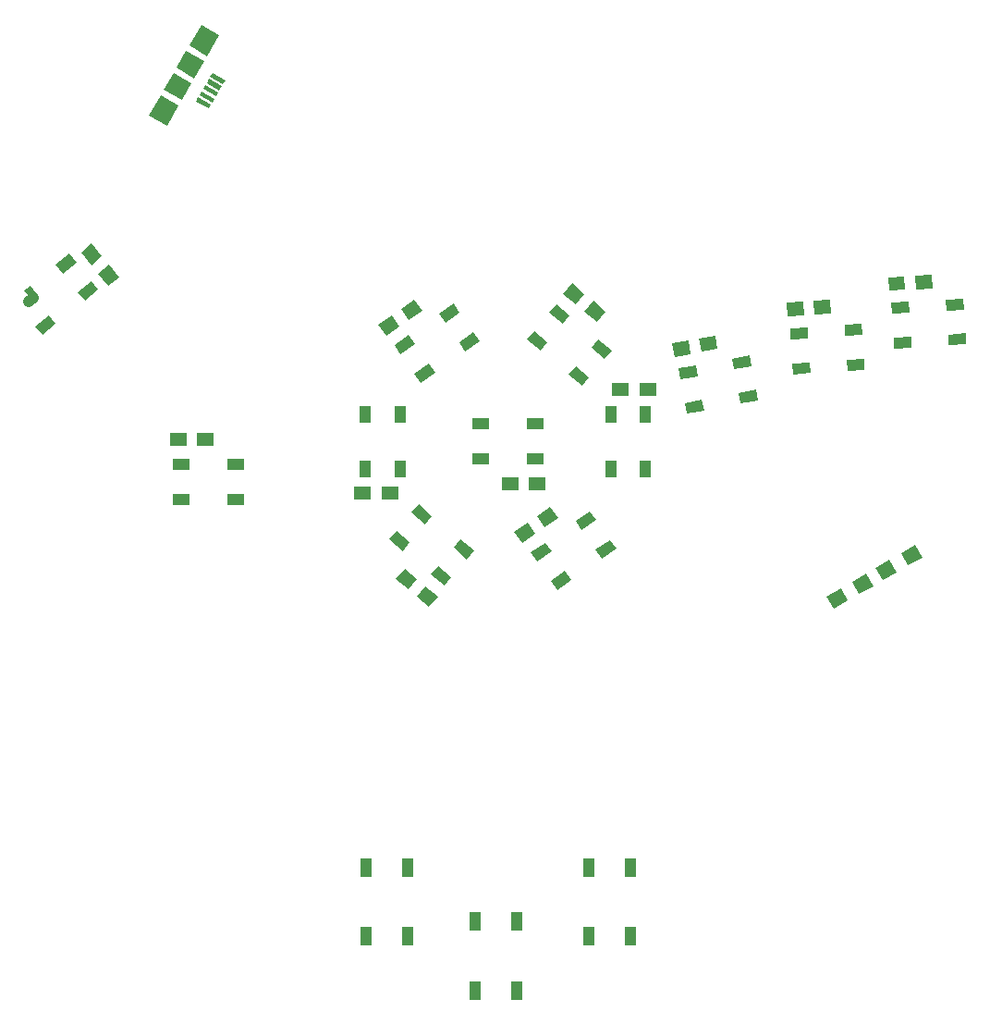
<source format=gtp>
G04 #@! TF.FileFunction,Paste,Top*
%FSLAX46Y46*%
G04 Gerber Fmt 4.6, Leading zero omitted, Abs format (unit mm)*
G04 Created by KiCad (PCBNEW 4.0.7) date Monday, 12 '12e' March '12e' 2018, 16:25:27*
%MOMM*%
%LPD*%
G01*
G04 APERTURE LIST*
%ADD10C,0.100000*%
%ADD11C,1.000000*%
%ADD12R,1.500000X1.250000*%
%ADD13R,1.000000X1.700000*%
%ADD14R,1.000000X1.600000*%
%ADD15R,1.600000X1.000000*%
G04 APERTURE END LIST*
D10*
G36*
X105846241Y-70326094D02*
X105129271Y-69302154D01*
X106357999Y-68441790D01*
X107074969Y-69465730D01*
X105846241Y-70326094D01*
X105846241Y-70326094D01*
G37*
G36*
X107894121Y-68892152D02*
X107177151Y-67868212D01*
X108405879Y-67007848D01*
X109122849Y-68031788D01*
X107894121Y-68892152D01*
X107894121Y-68892152D01*
G37*
G36*
X73238709Y-65741843D02*
X73868029Y-66518989D01*
X73324027Y-66959513D01*
X72694707Y-66182367D01*
X73238709Y-65741843D01*
X73238709Y-65741843D01*
G37*
G36*
X74961105Y-68464706D02*
X75590425Y-69241852D01*
X74346991Y-70248764D01*
X73717671Y-69471618D01*
X74961105Y-68464706D01*
X74961105Y-68464706D01*
G37*
G36*
X76833009Y-62831236D02*
X77462329Y-63608382D01*
X76218895Y-64615294D01*
X75589575Y-63838148D01*
X76833009Y-62831236D01*
X76833009Y-62831236D01*
G37*
G36*
X78846835Y-65318104D02*
X79476155Y-66095250D01*
X78232721Y-67102162D01*
X77603401Y-66325016D01*
X78846835Y-65318104D01*
X78846835Y-65318104D01*
G37*
D11*
X73535981Y-66884383D02*
X73128757Y-67214147D01*
D10*
G36*
X157373032Y-71210859D02*
X157311984Y-70212724D01*
X158909000Y-70115047D01*
X158970048Y-71113182D01*
X157373032Y-71210859D01*
X157373032Y-71210859D01*
G37*
G36*
X157177676Y-68016828D02*
X157116628Y-67018693D01*
X158713644Y-66921016D01*
X158774692Y-67919151D01*
X157177676Y-68016828D01*
X157177676Y-68016828D01*
G37*
G36*
X152382358Y-71516102D02*
X152321310Y-70517967D01*
X153918326Y-70420290D01*
X153979374Y-71418425D01*
X152382358Y-71516102D01*
X152382358Y-71516102D01*
G37*
G36*
X152187002Y-68322071D02*
X152125954Y-67323936D01*
X153722970Y-67226259D01*
X153784018Y-68224394D01*
X152187002Y-68322071D01*
X152187002Y-68322071D01*
G37*
G36*
X151889554Y-66219621D02*
X151813244Y-64971952D01*
X153310446Y-64880379D01*
X153386756Y-66128048D01*
X151889554Y-66219621D01*
X151889554Y-66219621D01*
G37*
G36*
X154384890Y-66066999D02*
X154308580Y-64819330D01*
X155805782Y-64727757D01*
X155882092Y-65975426D01*
X154384890Y-66066999D01*
X154384890Y-66066999D01*
G37*
G36*
X142591886Y-68545932D02*
X142515576Y-67298263D01*
X144012778Y-67206690D01*
X144089088Y-68454359D01*
X142591886Y-68545932D01*
X142591886Y-68545932D01*
G37*
G36*
X145087222Y-68393310D02*
X145010912Y-67145641D01*
X146508114Y-67054068D01*
X146584424Y-68301737D01*
X145087222Y-68393310D01*
X145087222Y-68393310D01*
G37*
G36*
X132268318Y-72256799D02*
X132040524Y-71027730D01*
X133515406Y-70754377D01*
X133743200Y-71983446D01*
X132268318Y-72256799D01*
X132268318Y-72256799D01*
G37*
G36*
X134726456Y-71801211D02*
X134498662Y-70572142D01*
X135973544Y-70298789D01*
X136201338Y-71527858D01*
X134726456Y-71801211D01*
X134726456Y-71801211D01*
G37*
D12*
X129800000Y-75250000D03*
X127300000Y-75250000D03*
D10*
G36*
X118296241Y-89326094D02*
X117579271Y-88302154D01*
X118807999Y-87441790D01*
X119524969Y-88465730D01*
X118296241Y-89326094D01*
X118296241Y-89326094D01*
G37*
G36*
X120344121Y-87892152D02*
X119627151Y-86868212D01*
X120855879Y-86007848D01*
X121572849Y-87031788D01*
X120344121Y-87892152D01*
X120344121Y-87892152D01*
G37*
G36*
X110583832Y-94206798D02*
X109780347Y-95164353D01*
X108631280Y-94200172D01*
X109434765Y-93242617D01*
X110583832Y-94206798D01*
X110583832Y-94206798D01*
G37*
G36*
X108668720Y-92599828D02*
X107865235Y-93557383D01*
X106716168Y-92593202D01*
X107519653Y-91635647D01*
X108668720Y-92599828D01*
X108668720Y-92599828D01*
G37*
D12*
X119700000Y-83850000D03*
X117200000Y-83850000D03*
D10*
G36*
X122066168Y-66493202D02*
X122869653Y-65535647D01*
X124018720Y-66499828D01*
X123215235Y-67457383D01*
X122066168Y-66493202D01*
X122066168Y-66493202D01*
G37*
G36*
X123981280Y-68100172D02*
X124784765Y-67142617D01*
X125933832Y-68106798D01*
X125130347Y-69064353D01*
X123981280Y-68100172D01*
X123981280Y-68100172D01*
G37*
D12*
X103700000Y-84750000D03*
X106200000Y-84750000D03*
X86800000Y-79850000D03*
X89300000Y-79850000D03*
D10*
G36*
X81369357Y-65010966D02*
X80397924Y-65797617D01*
X79453943Y-64631898D01*
X80425376Y-63845247D01*
X81369357Y-65010966D01*
X81369357Y-65010966D01*
G37*
G36*
X79796057Y-63068102D02*
X78824624Y-63854753D01*
X77880643Y-62689034D01*
X78852076Y-61902383D01*
X79796057Y-63068102D01*
X79796057Y-63068102D01*
G37*
G36*
X87122724Y-48754423D02*
X85477276Y-47804423D01*
X86377276Y-46245577D01*
X88022724Y-47195577D01*
X87122724Y-48754423D01*
X87122724Y-48754423D01*
G37*
G36*
X89269634Y-47395866D02*
X90438768Y-48070866D01*
X90238768Y-48417276D01*
X89069634Y-47742276D01*
X89269634Y-47395866D01*
X89269634Y-47395866D01*
G37*
G36*
X88944634Y-47958782D02*
X90113768Y-48633782D01*
X89913768Y-48980192D01*
X88744634Y-48305192D01*
X88944634Y-47958782D01*
X88944634Y-47958782D01*
G37*
G36*
X88619634Y-48521699D02*
X89788768Y-49196699D01*
X89588768Y-49543109D01*
X88419634Y-48868109D01*
X88619634Y-48521699D01*
X88619634Y-48521699D01*
G37*
G36*
X85202276Y-48280736D02*
X86847724Y-49230736D01*
X85755224Y-51123002D01*
X84109776Y-50173002D01*
X85202276Y-48280736D01*
X85202276Y-48280736D01*
G37*
G36*
X88272724Y-46762564D02*
X86627276Y-45812564D01*
X87527276Y-44253718D01*
X89172724Y-45203718D01*
X88272724Y-46762564D01*
X88272724Y-46762564D01*
G37*
G36*
X89919634Y-46270032D02*
X91088768Y-46945032D01*
X90888768Y-47291442D01*
X89719634Y-46616442D01*
X89919634Y-46270032D01*
X89919634Y-46270032D01*
G37*
G36*
X89594634Y-46832949D02*
X90763768Y-47507949D01*
X90563768Y-47854359D01*
X89394634Y-47179359D01*
X89594634Y-46832949D01*
X89594634Y-46832949D01*
G37*
G36*
X88894776Y-41885139D02*
X90540224Y-42835139D01*
X89447724Y-44727405D01*
X87802276Y-43777405D01*
X88894776Y-41885139D01*
X88894776Y-41885139D01*
G37*
G36*
X154284519Y-89492083D02*
X154934519Y-90617917D01*
X153635481Y-91367917D01*
X152985481Y-90242083D01*
X154284519Y-89492083D01*
X154284519Y-89492083D01*
G37*
G36*
X151946251Y-90842083D02*
X152596251Y-91967917D01*
X151297213Y-92717917D01*
X150647213Y-91592083D01*
X151946251Y-90842083D01*
X151946251Y-90842083D01*
G37*
G36*
X149813653Y-92107083D02*
X150463653Y-93232917D01*
X149164615Y-93982917D01*
X148514615Y-92857083D01*
X149813653Y-92107083D01*
X149813653Y-92107083D01*
G37*
G36*
X147475385Y-93457083D02*
X148125385Y-94582917D01*
X146826347Y-95332917D01*
X146176347Y-94207083D01*
X147475385Y-93457083D01*
X147475385Y-93457083D01*
G37*
D13*
X113990000Y-130240000D03*
X113990000Y-123940000D03*
X117790000Y-130240000D03*
X117790000Y-123940000D03*
X124440000Y-125290000D03*
X124440000Y-118990000D03*
X128240000Y-125290000D03*
X128240000Y-118990000D03*
X104000000Y-125300000D03*
X104000000Y-119000000D03*
X107800000Y-125300000D03*
X107800000Y-119000000D03*
D10*
G36*
X148075031Y-73542300D02*
X148013983Y-72544165D01*
X149610999Y-72446488D01*
X149672047Y-73444623D01*
X148075031Y-73542300D01*
X148075031Y-73542300D01*
G37*
G36*
X147879675Y-70348269D02*
X147818627Y-69350134D01*
X149415643Y-69252457D01*
X149476691Y-70250592D01*
X147879675Y-70348269D01*
X147879675Y-70348269D01*
G37*
G36*
X143084357Y-73847543D02*
X143023309Y-72849408D01*
X144620325Y-72751731D01*
X144681373Y-73749866D01*
X143084357Y-73847543D01*
X143084357Y-73847543D01*
G37*
G36*
X142889001Y-70653512D02*
X142827953Y-69655377D01*
X144424969Y-69557700D01*
X144486017Y-70555835D01*
X142889001Y-70653512D01*
X142889001Y-70653512D01*
G37*
G36*
X138294228Y-76545035D02*
X138111992Y-75561780D01*
X139685200Y-75270203D01*
X139867436Y-76253458D01*
X138294228Y-76545035D01*
X138294228Y-76545035D01*
G37*
G36*
X137711074Y-73398619D02*
X137528838Y-72415364D01*
X139102046Y-72123787D01*
X139284282Y-73107042D01*
X137711074Y-73398619D01*
X137711074Y-73398619D01*
G37*
G36*
X133377954Y-77456213D02*
X133195718Y-76472958D01*
X134768926Y-76181381D01*
X134951162Y-77164636D01*
X133377954Y-77456213D01*
X133377954Y-77456213D01*
G37*
G36*
X132794800Y-74309797D02*
X132612564Y-73326542D01*
X134185772Y-73034965D01*
X134368008Y-74018220D01*
X132794800Y-74309797D01*
X132794800Y-74309797D01*
G37*
D14*
X126400000Y-82500000D03*
X129600000Y-82500000D03*
X126400000Y-77500000D03*
X129600000Y-77500000D03*
D10*
G36*
X125597069Y-90745139D02*
X125023492Y-89925987D01*
X126334135Y-89008265D01*
X126907712Y-89827417D01*
X125597069Y-90745139D01*
X125597069Y-90745139D01*
G37*
G36*
X123761625Y-88123853D02*
X123188048Y-87304701D01*
X124498691Y-86386979D01*
X125072268Y-87206131D01*
X123761625Y-88123853D01*
X123761625Y-88123853D01*
G37*
G36*
X121501309Y-93613021D02*
X120927732Y-92793869D01*
X122238375Y-91876147D01*
X122811952Y-92695299D01*
X121501309Y-93613021D01*
X121501309Y-93613021D01*
G37*
G36*
X119665865Y-90991735D02*
X119092288Y-90172583D01*
X120402931Y-89254861D01*
X120976508Y-90074013D01*
X119665865Y-90991735D01*
X119665865Y-90991735D01*
G37*
G36*
X110047578Y-86798568D02*
X109404791Y-87564612D01*
X108179120Y-86536152D01*
X108821907Y-85770108D01*
X110047578Y-86798568D01*
X110047578Y-86798568D01*
G37*
G36*
X107990658Y-89249910D02*
X107347871Y-90015954D01*
X106122200Y-88987494D01*
X106764987Y-88221450D01*
X107990658Y-89249910D01*
X107990658Y-89249910D01*
G37*
G36*
X113877800Y-90012506D02*
X113235013Y-90778550D01*
X112009342Y-89750090D01*
X112652129Y-88984046D01*
X113877800Y-90012506D01*
X113877800Y-90012506D01*
G37*
G36*
X111820880Y-92463848D02*
X111178093Y-93229892D01*
X109952422Y-92201432D01*
X110595209Y-91435388D01*
X111820880Y-92463848D01*
X111820880Y-92463848D01*
G37*
D15*
X114500000Y-78400000D03*
X114500000Y-81600000D03*
X119500000Y-78400000D03*
X119500000Y-81600000D03*
D10*
G36*
X122565771Y-73868792D02*
X123208558Y-73102748D01*
X124434229Y-74131208D01*
X123791442Y-74897252D01*
X122565771Y-73868792D01*
X122565771Y-73868792D01*
G37*
G36*
X124622691Y-71417450D02*
X125265478Y-70651406D01*
X126491149Y-71679866D01*
X125848362Y-72445910D01*
X124622691Y-71417450D01*
X124622691Y-71417450D01*
G37*
G36*
X118735549Y-70654854D02*
X119378336Y-69888810D01*
X120604007Y-70917270D01*
X119961220Y-71683314D01*
X118735549Y-70654854D01*
X118735549Y-70654854D01*
G37*
G36*
X120792469Y-68203512D02*
X121435256Y-67437468D01*
X122660927Y-68465928D01*
X122018140Y-69231972D01*
X120792469Y-68203512D01*
X120792469Y-68203512D01*
G37*
G36*
X113097069Y-71745139D02*
X112523492Y-70925987D01*
X113834135Y-70008265D01*
X114407712Y-70827417D01*
X113097069Y-71745139D01*
X113097069Y-71745139D01*
G37*
G36*
X111261625Y-69123853D02*
X110688048Y-68304701D01*
X111998691Y-67386979D01*
X112572268Y-68206131D01*
X111261625Y-69123853D01*
X111261625Y-69123853D01*
G37*
G36*
X109001309Y-74613021D02*
X108427732Y-73793869D01*
X109738375Y-72876147D01*
X110311952Y-73695299D01*
X109001309Y-74613021D01*
X109001309Y-74613021D01*
G37*
G36*
X107165865Y-71991735D02*
X106592288Y-71172583D01*
X107902931Y-70254861D01*
X108476508Y-71074013D01*
X107165865Y-71991735D01*
X107165865Y-71991735D01*
G37*
D14*
X107100000Y-77500000D03*
X103900000Y-77500000D03*
X107100000Y-82500000D03*
X103900000Y-82500000D03*
D15*
X92025000Y-85325000D03*
X92025000Y-82125000D03*
X87025000Y-85325000D03*
X87025000Y-82125000D03*
M02*

</source>
